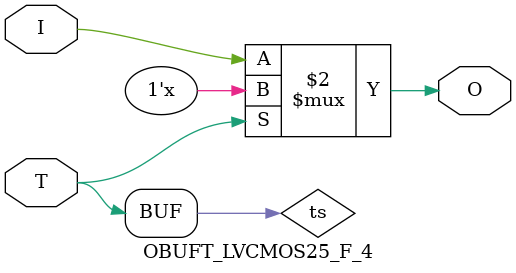
<source format=v>

/*

FUNCTION	: TRI-STATE OUTPUT BUFFER

*/

`celldefine
`timescale  100 ps / 10 ps

module OBUFT_LVCMOS25_F_4 (O, I, T);

    output O;

    input  I, T;

    or O1 (ts, 1'b0, T);
    bufif0 T1 (O, I, ts);

endmodule

</source>
